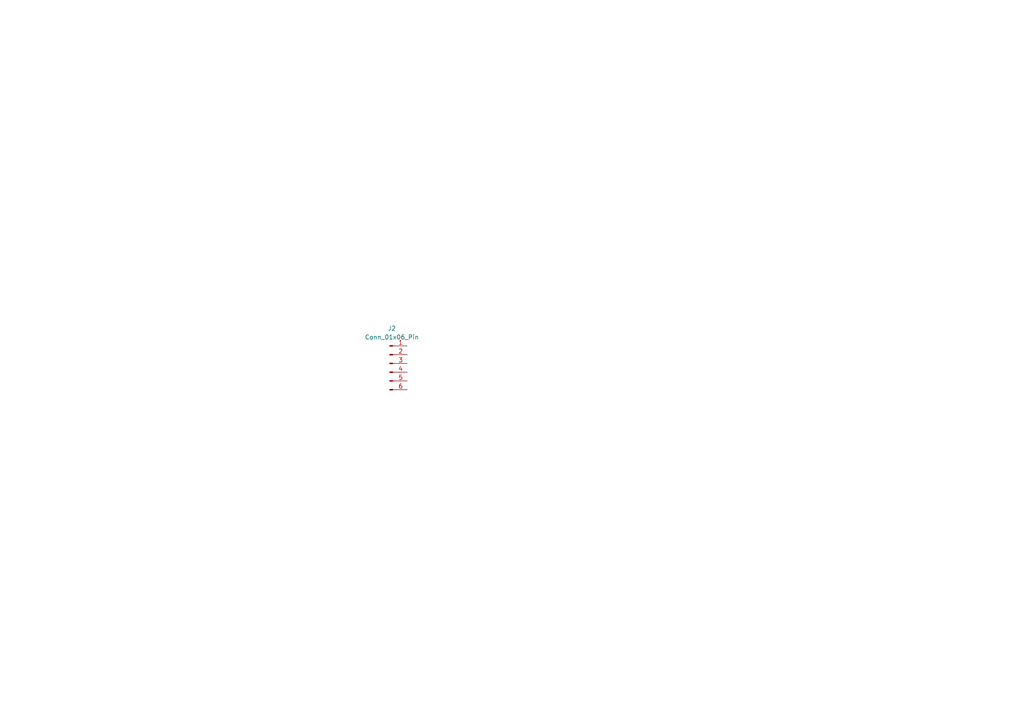
<source format=kicad_sch>
(kicad_sch (version 20231120) (generator "eeschema") (generator_version "8.0")
  (paper "A4")
  (lib_symbols
    (symbol "Connector:Conn_01x06_Pin" (pin_names (offset 1.016) hide)
      (property "Reference" "J" (at 0 7.62 0))
      (property "Value" "Conn_01x06_Pin" (at 0 -10.16 0))
      (symbol "Conn_01x06_Pin_1_1"
        (polyline (pts (xy 1.27 -7.62) (xy 0.8636 -7.62)) (stroke (width 0.1524)))
        (polyline (pts (xy 1.27 -5.08) (xy 0.8636 -5.08)) (stroke (width 0.1524)))
        (polyline (pts (xy 1.27 -2.54) (xy 0.8636 -2.54)) (stroke (width 0.1524)))
        (polyline (pts (xy 1.27 0) (xy 0.8636 0)) (stroke (width 0.1524)))
        (polyline (pts (xy 1.27 2.54) (xy 0.8636 2.54)) (stroke (width 0.1524)))
        (polyline (pts (xy 1.27 5.08) (xy 0.8636 5.08)) (stroke (width 0.1524)))
        (rectangle (start 0.8636 -7.493) (end 0 -7.747) (stroke (width 0.1524)) (fill (type outline)))
        (rectangle (start 0.8636 -4.953) (end 0 -5.207) (stroke (width 0.1524)) (fill (type outline)))
        (rectangle (start 0.8636 -2.413) (end 0 -2.667) (stroke (width 0.1524)) (fill (type outline)))
        (rectangle (start 0.8636 0.127) (end 0 -0.127) (stroke (width 0.1524)) (fill (type outline)))
        (rectangle (start 0.8636 2.667) (end 0 2.413) (stroke (width 0.1524)) (fill (type outline)))
        (rectangle (start 0.8636 5.207) (end 0 4.953) (stroke (width 0.1524)) (fill (type outline)))
        (pin passive line (at 5.08 5.08 180) (length 3.81) (name "Pin_1") (number "1"))
        (pin passive line (at 5.08 2.54 180) (length 3.81) (name "Pin_2") (number "2"))
        (pin passive line (at 5.08 0 180) (length 3.81) (name "Pin_3") (number "3"))
        (pin passive line (at 5.08 -2.54 180) (length 3.81) (name "Pin_4") (number "4"))
        (pin passive line (at 5.08 -5.08 180) (length 3.81) (name "Pin_5") (number "5"))
        (pin passive line (at 5.08 -7.62 180) (length 3.81) (name "Pin_6") (number "6"))
      )
    )
  )
  (symbol (lib_id "Connector:Conn_01x06_Pin") (at 113.03 105.41 0) (unit 1)
    (property "Reference" "J2" (at 113.665 95.25 0))
    (property "Value" "Conn_01x06_Pin" (at 113.665 97.79 0))
    (property "Footprint" "Connector_PinHeader_2.54mm:PinHeader_1x06_P2.54mm_Horizontal" (effects (hide yes)))
    (property "Description" "Generic connector, single row, 01x06, script generated" (effects (hide yes)))
  )
)
</source>
